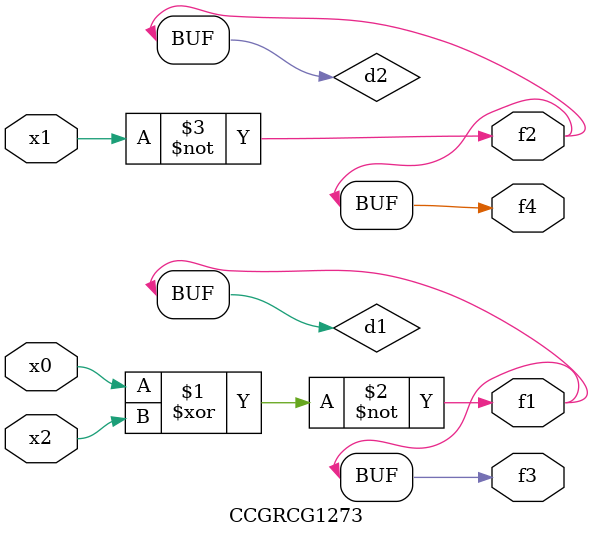
<source format=v>
module CCGRCG1273(
	input x0, x1, x2,
	output f1, f2, f3, f4
);

	wire d1, d2, d3;

	xnor (d1, x0, x2);
	nand (d2, x1);
	nor (d3, x1, x2);
	assign f1 = d1;
	assign f2 = d2;
	assign f3 = d1;
	assign f4 = d2;
endmodule

</source>
